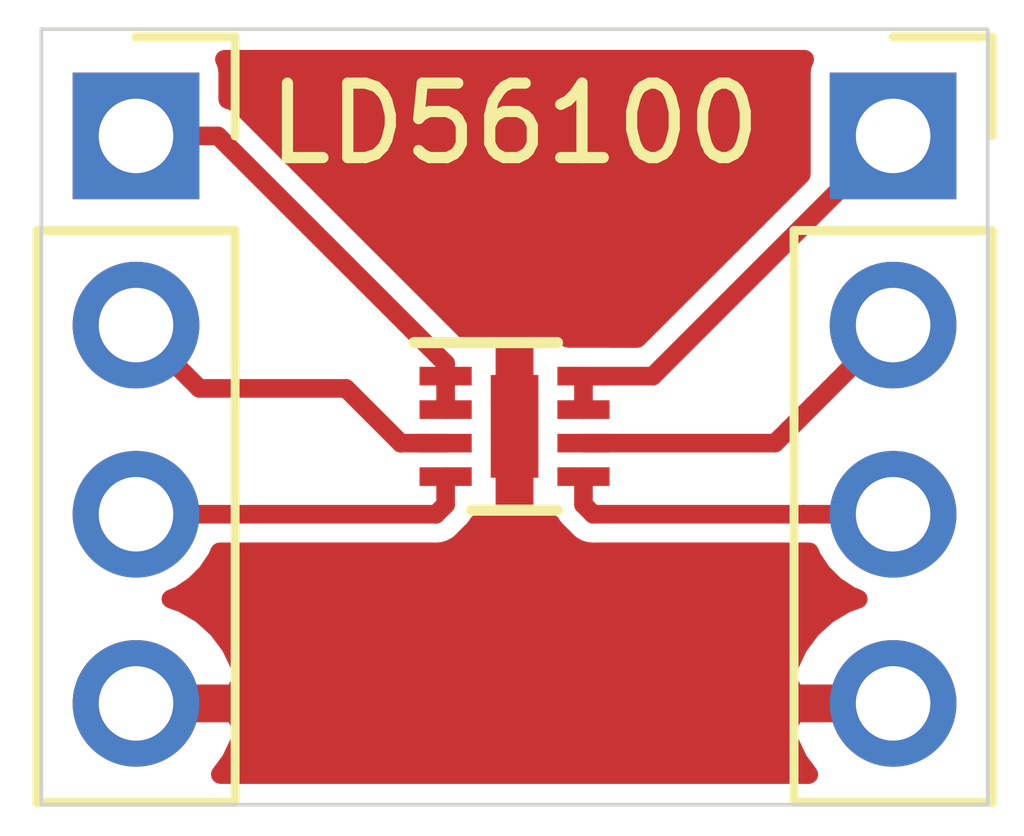
<source format=kicad_pcb>
(kicad_pcb (version 20171130) (host pcbnew "(5.1.5-0-10_14)")

  (general
    (thickness 1.6)
    (drawings 5)
    (tracks 27)
    (zones 0)
    (modules 3)
    (nets 8)
  )

  (page A4)
  (layers
    (0 F.Cu signal)
    (31 B.Cu signal)
    (32 B.Adhes user)
    (33 F.Adhes user)
    (34 B.Paste user)
    (35 F.Paste user)
    (36 B.SilkS user)
    (37 F.SilkS user)
    (38 B.Mask user)
    (39 F.Mask user)
    (40 Dwgs.User user)
    (41 Cmts.User user)
    (42 Eco1.User user)
    (43 Eco2.User user)
    (44 Edge.Cuts user)
    (45 Margin user)
    (46 B.CrtYd user)
    (47 F.CrtYd user)
    (48 B.Fab user)
    (49 F.Fab user)
  )

  (setup
    (last_trace_width 0.25)
    (trace_clearance 0.2)
    (zone_clearance 0.254)
    (zone_45_only no)
    (trace_min 0.2)
    (via_size 0.8)
    (via_drill 0.4)
    (via_min_size 0.4)
    (via_min_drill 0.3)
    (uvia_size 0.3)
    (uvia_drill 0.1)
    (uvias_allowed no)
    (uvia_min_size 0.2)
    (uvia_min_drill 0.1)
    (edge_width 0.05)
    (segment_width 0.2)
    (pcb_text_width 0.3)
    (pcb_text_size 1.5 1.5)
    (mod_edge_width 0.12)
    (mod_text_size 1 1)
    (mod_text_width 0.15)
    (pad_size 1.524 1.524)
    (pad_drill 0.762)
    (pad_to_mask_clearance 0.051)
    (solder_mask_min_width 0.25)
    (aux_axis_origin 0 0)
    (visible_elements FFFFFF7F)
    (pcbplotparams
      (layerselection 0x010fc_ffffffff)
      (usegerberextensions false)
      (usegerberattributes false)
      (usegerberadvancedattributes false)
      (creategerberjobfile false)
      (excludeedgelayer true)
      (linewidth 0.100000)
      (plotframeref false)
      (viasonmask false)
      (mode 1)
      (useauxorigin false)
      (hpglpennumber 1)
      (hpglpenspeed 20)
      (hpglpendiameter 15.000000)
      (psnegative false)
      (psa4output false)
      (plotreference true)
      (plotvalue true)
      (plotinvisibletext false)
      (padsonsilk false)
      (subtractmaskfromsilk false)
      (outputformat 1)
      (mirror false)
      (drillshape 0)
      (scaleselection 1)
      (outputdirectory "../gerbers/LD56100-V1/"))
  )

  (net 0 "")
  (net 1 PAD)
  (net 2 VIN)
  (net 3 EN)
  (net 4 GND)
  (net 5 FB)
  (net 6 LCON)
  (net 7 VOUT)

  (net_class Default "This is the default net class."
    (clearance 0.2)
    (trace_width 0.25)
    (via_dia 0.8)
    (via_drill 0.4)
    (uvia_dia 0.3)
    (uvia_drill 0.1)
    (add_net EN)
    (add_net FB)
    (add_net GND)
    (add_net LCON)
    (add_net PAD)
    (add_net VIN)
    (add_net VOUT)
  )

  (module Connector_PinSocket_2.54mm:PinSocket_1x04_P2.54mm_Vertical (layer F.Cu) (tedit 5A19A429) (tstamp 5F1CC7FB)
    (at 149.86 85)
    (descr "Through hole straight socket strip, 1x04, 2.54mm pitch, single row (from Kicad 4.0.7), script generated")
    (tags "Through hole socket strip THT 1x04 2.54mm single row")
    (path /5F1D345D)
    (fp_text reference J2 (at 0 -2.77) (layer F.SilkS) hide
      (effects (font (size 1 1) (thickness 0.15)))
    )
    (fp_text value Conn_01x04_Male (at 0 10.39) (layer F.Fab) hide
      (effects (font (size 1 1) (thickness 0.15)))
    )
    (fp_text user %R (at 0 3.81 90) (layer F.Fab) hide
      (effects (font (size 1 1) (thickness 0.15)))
    )
    (fp_line (start -1.8 9.4) (end -1.8 -1.8) (layer F.CrtYd) (width 0.05))
    (fp_line (start 1.75 9.4) (end -1.8 9.4) (layer F.CrtYd) (width 0.05))
    (fp_line (start 1.75 -1.8) (end 1.75 9.4) (layer F.CrtYd) (width 0.05))
    (fp_line (start -1.8 -1.8) (end 1.75 -1.8) (layer F.CrtYd) (width 0.05))
    (fp_line (start 0 -1.33) (end 1.33 -1.33) (layer F.SilkS) (width 0.12))
    (fp_line (start 1.33 -1.33) (end 1.33 0) (layer F.SilkS) (width 0.12))
    (fp_line (start 1.33 1.27) (end 1.33 8.95) (layer F.SilkS) (width 0.12))
    (fp_line (start -1.33 8.95) (end 1.33 8.95) (layer F.SilkS) (width 0.12))
    (fp_line (start -1.33 1.27) (end -1.33 8.95) (layer F.SilkS) (width 0.12))
    (fp_line (start -1.33 1.27) (end 1.33 1.27) (layer F.SilkS) (width 0.12))
    (fp_line (start -1.27 8.89) (end -1.27 -1.27) (layer F.Fab) (width 0.1))
    (fp_line (start 1.27 8.89) (end -1.27 8.89) (layer F.Fab) (width 0.1))
    (fp_line (start 1.27 -0.635) (end 1.27 8.89) (layer F.Fab) (width 0.1))
    (fp_line (start 0.635 -1.27) (end 1.27 -0.635) (layer F.Fab) (width 0.1))
    (fp_line (start -1.27 -1.27) (end 0.635 -1.27) (layer F.Fab) (width 0.1))
    (pad 4 thru_hole oval (at 0 7.62) (size 1.7 1.7) (drill 1) (layers *.Cu *.Mask)
      (net 1 PAD))
    (pad 3 thru_hole oval (at 0 5.08) (size 1.7 1.7) (drill 1) (layers *.Cu *.Mask)
      (net 4 GND))
    (pad 2 thru_hole oval (at 0 2.54) (size 1.7 1.7) (drill 1) (layers *.Cu *.Mask)
      (net 3 EN))
    (pad 1 thru_hole rect (at 0 0) (size 1.7 1.7) (drill 1) (layers *.Cu *.Mask)
      (net 2 VIN))
    (model ${KISYS3DMOD}/Connector_PinSocket_2.54mm.3dshapes/PinSocket_1x04_P2.54mm_Vertical.wrl
      (at (xyz 0 0 0))
      (scale (xyz 1 1 1))
      (rotate (xyz 0 0 0))
    )
  )

  (module Connector_PinSocket_2.54mm:PinSocket_1x04_P2.54mm_Vertical (layer F.Cu) (tedit 5A19A429) (tstamp 5F1CC7E3)
    (at 139.7 85)
    (descr "Through hole straight socket strip, 1x04, 2.54mm pitch, single row (from Kicad 4.0.7), script generated")
    (tags "Through hole socket strip THT 1x04 2.54mm single row")
    (path /5F1CE35D)
    (fp_text reference J1 (at 0 -2.77) (layer F.SilkS) hide
      (effects (font (size 1 1) (thickness 0.15)))
    )
    (fp_text value Conn_01x04_Male (at 0 10.39) (layer F.Fab) hide
      (effects (font (size 1 1) (thickness 0.15)))
    )
    (fp_text user %R (at 0 3.81 90) (layer F.Fab) hide
      (effects (font (size 1 1) (thickness 0.15)))
    )
    (fp_line (start -1.8 9.4) (end -1.8 -1.8) (layer F.CrtYd) (width 0.05))
    (fp_line (start 1.75 9.4) (end -1.8 9.4) (layer F.CrtYd) (width 0.05))
    (fp_line (start 1.75 -1.8) (end 1.75 9.4) (layer F.CrtYd) (width 0.05))
    (fp_line (start -1.8 -1.8) (end 1.75 -1.8) (layer F.CrtYd) (width 0.05))
    (fp_line (start 0 -1.33) (end 1.33 -1.33) (layer F.SilkS) (width 0.12))
    (fp_line (start 1.33 -1.33) (end 1.33 0) (layer F.SilkS) (width 0.12))
    (fp_line (start 1.33 1.27) (end 1.33 8.95) (layer F.SilkS) (width 0.12))
    (fp_line (start -1.33 8.95) (end 1.33 8.95) (layer F.SilkS) (width 0.12))
    (fp_line (start -1.33 1.27) (end -1.33 8.95) (layer F.SilkS) (width 0.12))
    (fp_line (start -1.33 1.27) (end 1.33 1.27) (layer F.SilkS) (width 0.12))
    (fp_line (start -1.27 8.89) (end -1.27 -1.27) (layer F.Fab) (width 0.1))
    (fp_line (start 1.27 8.89) (end -1.27 8.89) (layer F.Fab) (width 0.1))
    (fp_line (start 1.27 -0.635) (end 1.27 8.89) (layer F.Fab) (width 0.1))
    (fp_line (start 0.635 -1.27) (end 1.27 -0.635) (layer F.Fab) (width 0.1))
    (fp_line (start -1.27 -1.27) (end 0.635 -1.27) (layer F.Fab) (width 0.1))
    (pad 4 thru_hole oval (at 0 7.62) (size 1.7 1.7) (drill 1) (layers *.Cu *.Mask)
      (net 1 PAD))
    (pad 3 thru_hole oval (at 0 5.08) (size 1.7 1.7) (drill 1) (layers *.Cu *.Mask)
      (net 5 FB))
    (pad 2 thru_hole oval (at 0 2.54) (size 1.7 1.7) (drill 1) (layers *.Cu *.Mask)
      (net 6 LCON))
    (pad 1 thru_hole rect (at 0 0) (size 1.7 1.7) (drill 1) (layers *.Cu *.Mask)
      (net 7 VOUT))
    (model ${KISYS3DMOD}/Connector_PinSocket_2.54mm.3dshapes/PinSocket_1x04_P2.54mm_Vertical.wrl
      (at (xyz 0 0 0))
      (scale (xyz 1 1 1))
      (rotate (xyz 0 0 0))
    )
  )

  (module Package_DFN_QFN:DFN-8-1EP_2x2mm_P0.45mm_EP0.64x1.38mm (layer F.Cu) (tedit 5A64E46B) (tstamp 5F1CC958)
    (at 144.78 88.9)
    (descr "DC8 Package 8-Lead Plastic DFN (2mm x 2mm) (see Linear Technology DFN_8_05-08-1719.pdf)")
    (tags "DFN 0.45")
    (path /5F1CC02B)
    (attr smd)
    (fp_text reference U1 (at 0 -2.05) (layer F.SilkS) hide
      (effects (font (size 1 1) (thickness 0.15)))
    )
    (fp_text value LD56100 (at 0 2.05) (layer F.Fab) hide
      (effects (font (size 1 1) (thickness 0.15)))
    )
    (fp_line (start -1.35 -1.125) (end 0.575 -1.125) (layer F.SilkS) (width 0.15))
    (fp_line (start -0.575 1.125) (end 0.575 1.125) (layer F.SilkS) (width 0.15))
    (fp_line (start -1.55 1.3) (end 1.55 1.3) (layer F.CrtYd) (width 0.05))
    (fp_line (start -1.55 -1.3) (end 1.55 -1.3) (layer F.CrtYd) (width 0.05))
    (fp_line (start 1.55 -1.3) (end 1.55 1.3) (layer F.CrtYd) (width 0.05))
    (fp_line (start -1.55 -1.3) (end -1.55 1.3) (layer F.CrtYd) (width 0.05))
    (fp_line (start -1 0) (end 0 -1) (layer F.Fab) (width 0.15))
    (fp_line (start -1 1) (end -1 0) (layer F.Fab) (width 0.15))
    (fp_line (start 1 1) (end -1 1) (layer F.Fab) (width 0.15))
    (fp_line (start 1 -1) (end 1 1) (layer F.Fab) (width 0.15))
    (fp_line (start 0 -1) (end 1 -1) (layer F.Fab) (width 0.15))
    (fp_text user %R (at 0 0) (layer F.Fab) hide
      (effects (font (size 0.5 0.5) (thickness 0.075)))
    )
    (pad "" smd rect (at 0 0.345) (size 0.53 0.54) (layers F.Paste))
    (pad "" smd rect (at 0 -0.345) (size 0.53 0.54) (layers F.Paste))
    (pad 9 smd rect (at 0 0) (size 0.64 1.38) (layers F.Cu F.Mask)
      (net 1 PAD))
    (pad 8 smd rect (at 0.925 -0.675) (size 0.7 0.25) (layers F.Cu F.Paste F.Mask)
      (net 2 VIN))
    (pad 7 smd rect (at 0.925 -0.225) (size 0.7 0.25) (layers F.Cu F.Paste F.Mask)
      (net 2 VIN))
    (pad 6 smd rect (at 0.925 0.225) (size 0.7 0.25) (layers F.Cu F.Paste F.Mask)
      (net 3 EN))
    (pad 5 smd rect (at 0.925 0.675) (size 0.7 0.25) (layers F.Cu F.Paste F.Mask)
      (net 4 GND))
    (pad 4 smd rect (at -0.925 0.675) (size 0.7 0.25) (layers F.Cu F.Paste F.Mask)
      (net 5 FB))
    (pad 3 smd rect (at -0.925 0.225) (size 0.7 0.25) (layers F.Cu F.Paste F.Mask)
      (net 6 LCON))
    (pad 2 smd rect (at -0.925 -0.225) (size 0.7 0.25) (layers F.Cu F.Paste F.Mask)
      (net 7 VOUT))
    (pad 1 smd rect (at -0.925 -0.675) (size 0.7 0.25) (layers F.Cu F.Paste F.Mask)
      (net 7 VOUT))
    (model ${KISYS3DMOD}/Package_DFN_QFN.3dshapes/DFN-8-1EP_2x2mm_P0.45mm_EP0.64x1.38mm.wrl
      (at (xyz 0 0 0))
      (scale (xyz 1 1 1))
      (rotate (xyz 0 0 0))
    )
  )

  (gr_text "LD56100\n" (at 144.78 84.836) (layer F.SilkS)
    (effects (font (size 1 1) (thickness 0.15)))
  )
  (gr_line (start 151.13 83.566) (end 151.13 93.98) (layer Edge.Cuts) (width 0.05) (tstamp 5F1CD1A7))
  (gr_line (start 138.43 83.566) (end 151.13 83.566) (layer Edge.Cuts) (width 0.05))
  (gr_line (start 138.43 93.98) (end 138.43 83.566) (layer Edge.Cuts) (width 0.05))
  (gr_line (start 151.13 93.98) (end 138.43 93.98) (layer Edge.Cuts) (width 0.05))

  (segment (start 144.78 89.84) (end 144.78 88.9) (width 0.25) (layer F.Cu) (net 1))
  (segment (start 144.78 89.9922) (end 144.78 89.84) (width 0.25) (layer F.Cu) (net 1))
  (segment (start 142.1522 92.62) (end 144.78 89.9922) (width 0.25) (layer F.Cu) (net 1))
  (segment (start 139.7 92.62) (end 142.1522 92.62) (width 0.25) (layer F.Cu) (net 1))
  (segment (start 147.4078 92.62) (end 149.86 92.62) (width 0.25) (layer F.Cu) (net 1))
  (segment (start 144.78 89.9922) (end 147.4078 92.62) (width 0.25) (layer F.Cu) (net 1))
  (segment (start 145.705 88.675) (end 145.705 88.225) (width 0.25) (layer F.Cu) (net 2))
  (segment (start 146.635 88.225) (end 149.86 85) (width 0.25) (layer F.Cu) (net 2))
  (segment (start 145.705 88.225) (end 146.635 88.225) (width 0.25) (layer F.Cu) (net 2))
  (segment (start 148.275 89.125) (end 149.86 87.54) (width 0.25) (layer F.Cu) (net 3))
  (segment (start 145.705 89.125) (end 148.275 89.125) (width 0.25) (layer F.Cu) (net 3))
  (segment (start 145.835 90.08) (end 148.657919 90.08) (width 0.25) (layer F.Cu) (net 4))
  (segment (start 145.705 89.95) (end 145.835 90.08) (width 0.25) (layer F.Cu) (net 4))
  (segment (start 148.657919 90.08) (end 149.86 90.08) (width 0.25) (layer F.Cu) (net 4))
  (segment (start 145.705 89.575) (end 145.705 89.95) (width 0.25) (layer F.Cu) (net 4))
  (segment (start 143.855 89.95) (end 143.855 89.575) (width 0.25) (layer F.Cu) (net 5))
  (segment (start 143.725 90.08) (end 143.855 89.95) (width 0.25) (layer F.Cu) (net 5))
  (segment (start 139.7 90.08) (end 143.725 90.08) (width 0.25) (layer F.Cu) (net 5))
  (segment (start 143.255 89.125) (end 143.855 89.125) (width 0.25) (layer F.Cu) (net 6))
  (segment (start 143.2524 89.125) (end 143.255 89.125) (width 0.25) (layer F.Cu) (net 6))
  (segment (start 142.517399 88.389999) (end 143.2524 89.125) (width 0.25) (layer F.Cu) (net 6))
  (segment (start 140.549999 88.389999) (end 142.517399 88.389999) (width 0.25) (layer F.Cu) (net 6))
  (segment (start 139.7 87.54) (end 140.549999 88.389999) (width 0.25) (layer F.Cu) (net 6))
  (segment (start 143.855 88.055) (end 143.855 88.3) (width 0.25) (layer F.Cu) (net 7))
  (segment (start 143.855 88.3) (end 143.855 88.675) (width 0.25) (layer F.Cu) (net 7))
  (segment (start 140.8 85) (end 143.855 88.055) (width 0.25) (layer F.Cu) (net 7))
  (segment (start 139.7 85) (end 140.8 85) (width 0.25) (layer F.Cu) (net 7))

  (zone (net 1) (net_name PAD) (layer F.Cu) (tstamp 0) (hatch edge 0.508)
    (connect_pads (clearance 0.254))
    (min_thickness 0.254)
    (fill yes (arc_segments 32) (thermal_gap 0.508) (thermal_bridge_width 0.508))
    (polygon
      (pts
        (xy 151.2 94) (xy 138.4 94) (xy 138.4 83.5) (xy 151.2 83.5)
      )
    )
    (filled_polygon
      (pts
        (xy 148.656299 84.003492) (xy 148.634513 84.075311) (xy 148.627157 84.15) (xy 148.627157 85.517251) (xy 146.425409 87.719)
        (xy 146.073713 87.719) (xy 146.055 87.717157) (xy 145.711142 87.717157) (xy 145.705 87.716552) (xy 145.698858 87.717157)
        (xy 145.500424 87.717157) (xy 145.454494 87.679463) (xy 145.34418 87.620498) (xy 145.224482 87.584188) (xy 145.1 87.571928)
        (xy 145.06575 87.575) (xy 144.907 87.73375) (xy 144.907 88.773) (xy 144.927 88.773) (xy 144.927 89.027)
        (xy 144.907 89.027) (xy 144.907 90.06625) (xy 145.06575 90.225) (xy 145.1 90.228072) (xy 145.224482 90.215812)
        (xy 145.266517 90.203061) (xy 145.282242 90.232479) (xy 145.345474 90.309527) (xy 145.364781 90.325372) (xy 145.459624 90.420215)
        (xy 145.475473 90.439527) (xy 145.552521 90.502759) (xy 145.640425 90.549745) (xy 145.735807 90.578678) (xy 145.835 90.588448)
        (xy 145.859854 90.586) (xy 148.737168 90.586) (xy 148.769102 90.663097) (xy 148.90382 90.864717) (xy 149.075283 91.03618)
        (xy 149.276903 91.170898) (xy 149.391168 91.218228) (xy 149.228748 91.275843) (xy 148.978645 91.424822) (xy 148.762412 91.619731)
        (xy 148.588359 91.85308) (xy 148.463175 92.115901) (xy 148.418524 92.26311) (xy 148.539845 92.493) (xy 149.733 92.493)
        (xy 149.733 92.473) (xy 149.987 92.473) (xy 149.987 92.493) (xy 150.007 92.493) (xy 150.007 92.747)
        (xy 149.987 92.747) (xy 149.987 92.767) (xy 149.733 92.767) (xy 149.733 92.747) (xy 148.539845 92.747)
        (xy 148.418524 92.97689) (xy 148.463175 93.124099) (xy 148.588359 93.38692) (xy 148.7279 93.574) (xy 140.8321 93.574)
        (xy 140.971641 93.38692) (xy 141.096825 93.124099) (xy 141.141476 92.97689) (xy 141.020155 92.747) (xy 139.827 92.747)
        (xy 139.827 92.767) (xy 139.573 92.767) (xy 139.573 92.747) (xy 139.553 92.747) (xy 139.553 92.493)
        (xy 139.573 92.493) (xy 139.573 92.473) (xy 139.827 92.473) (xy 139.827 92.493) (xy 141.020155 92.493)
        (xy 141.141476 92.26311) (xy 141.096825 92.115901) (xy 140.971641 91.85308) (xy 140.797588 91.619731) (xy 140.581355 91.424822)
        (xy 140.331252 91.275843) (xy 140.168832 91.218228) (xy 140.283097 91.170898) (xy 140.484717 91.03618) (xy 140.65618 90.864717)
        (xy 140.790898 90.663097) (xy 140.822832 90.586) (xy 143.700154 90.586) (xy 143.725 90.588447) (xy 143.749846 90.586)
        (xy 143.749854 90.586) (xy 143.824193 90.578678) (xy 143.919575 90.549745) (xy 144.007479 90.502759) (xy 144.084527 90.439527)
        (xy 144.100376 90.420215) (xy 144.195215 90.325376) (xy 144.214527 90.309527) (xy 144.277759 90.232479) (xy 144.293483 90.203061)
        (xy 144.335518 90.215812) (xy 144.46 90.228072) (xy 144.49425 90.225) (xy 144.653 90.06625) (xy 144.653 89.027)
        (xy 144.633 89.027) (xy 144.633 88.773) (xy 144.653 88.773) (xy 144.653 87.73375) (xy 144.49425 87.575)
        (xy 144.46 87.571928) (xy 144.335518 87.584188) (xy 144.21582 87.620498) (xy 144.163862 87.64827) (xy 141.175376 84.659785)
        (xy 141.159527 84.640473) (xy 141.082479 84.577241) (xy 140.994575 84.530255) (xy 140.932843 84.511529) (xy 140.932843 84.15)
        (xy 140.925487 84.075311) (xy 140.903701 84.003492) (xy 140.886868 83.972) (xy 148.673132 83.972)
      )
    )
  )
)

</source>
